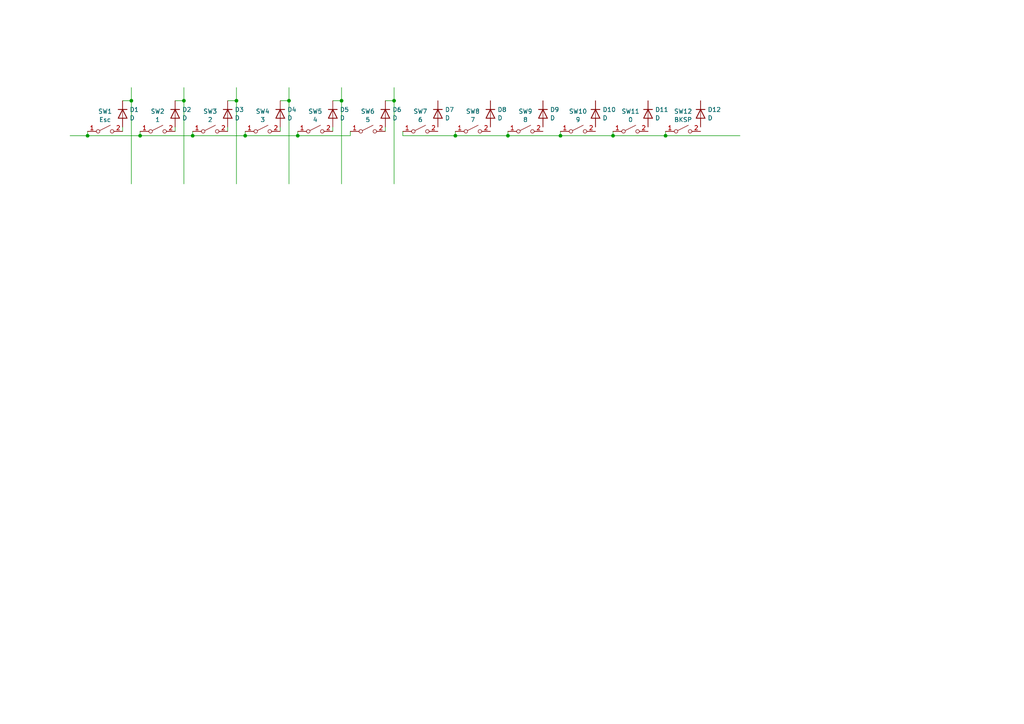
<source format=kicad_sch>
(kicad_sch
	(version 20231120)
	(generator "eeschema")
	(generator_version "8.0")
	(uuid "199d188a-9325-48e3-bcbb-4b27f64ceaf4")
	(paper "A4")
	(lib_symbols
		(symbol "Device:D"
			(pin_numbers hide)
			(pin_names
				(offset 1.016) hide)
			(exclude_from_sim no)
			(in_bom yes)
			(on_board yes)
			(property "Reference" "D"
				(at 0 2.54 0)
				(effects
					(font
						(size 1.27 1.27)
					)
				)
			)
			(property "Value" "D"
				(at 0 -2.54 0)
				(effects
					(font
						(size 1.27 1.27)
					)
				)
			)
			(property "Footprint" ""
				(at 0 0 0)
				(effects
					(font
						(size 1.27 1.27)
					)
					(hide yes)
				)
			)
			(property "Datasheet" "~"
				(at 0 0 0)
				(effects
					(font
						(size 1.27 1.27)
					)
					(hide yes)
				)
			)
			(property "Description" "Diode"
				(at 0 0 0)
				(effects
					(font
						(size 1.27 1.27)
					)
					(hide yes)
				)
			)
			(property "Sim.Device" "D"
				(at 0 0 0)
				(effects
					(font
						(size 1.27 1.27)
					)
					(hide yes)
				)
			)
			(property "Sim.Pins" "1=K 2=A"
				(at 0 0 0)
				(effects
					(font
						(size 1.27 1.27)
					)
					(hide yes)
				)
			)
			(property "ki_keywords" "diode"
				(at 0 0 0)
				(effects
					(font
						(size 1.27 1.27)
					)
					(hide yes)
				)
			)
			(property "ki_fp_filters" "TO-???* *_Diode_* *SingleDiode* D_*"
				(at 0 0 0)
				(effects
					(font
						(size 1.27 1.27)
					)
					(hide yes)
				)
			)
			(symbol "D_0_1"
				(polyline
					(pts
						(xy -1.27 1.27) (xy -1.27 -1.27)
					)
					(stroke
						(width 0.254)
						(type default)
					)
					(fill
						(type none)
					)
				)
				(polyline
					(pts
						(xy 1.27 0) (xy -1.27 0)
					)
					(stroke
						(width 0)
						(type default)
					)
					(fill
						(type none)
					)
				)
				(polyline
					(pts
						(xy 1.27 1.27) (xy 1.27 -1.27) (xy -1.27 0) (xy 1.27 1.27)
					)
					(stroke
						(width 0.254)
						(type default)
					)
					(fill
						(type none)
					)
				)
			)
			(symbol "D_1_1"
				(pin passive line
					(at -3.81 0 0)
					(length 2.54)
					(name "K"
						(effects
							(font
								(size 1.27 1.27)
							)
						)
					)
					(number "1"
						(effects
							(font
								(size 1.27 1.27)
							)
						)
					)
				)
				(pin passive line
					(at 3.81 0 180)
					(length 2.54)
					(name "A"
						(effects
							(font
								(size 1.27 1.27)
							)
						)
					)
					(number "2"
						(effects
							(font
								(size 1.27 1.27)
							)
						)
					)
				)
			)
		)
		(symbol "Switch:SW_SPST"
			(pin_names
				(offset 0) hide)
			(exclude_from_sim no)
			(in_bom yes)
			(on_board yes)
			(property "Reference" "SW"
				(at 0 3.175 0)
				(effects
					(font
						(size 1.27 1.27)
					)
				)
			)
			(property "Value" "SW_SPST"
				(at 0 -2.54 0)
				(effects
					(font
						(size 1.27 1.27)
					)
				)
			)
			(property "Footprint" ""
				(at 0 0 0)
				(effects
					(font
						(size 1.27 1.27)
					)
					(hide yes)
				)
			)
			(property "Datasheet" "~"
				(at 0 0 0)
				(effects
					(font
						(size 1.27 1.27)
					)
					(hide yes)
				)
			)
			(property "Description" "Single Pole Single Throw (SPST) switch"
				(at 0 0 0)
				(effects
					(font
						(size 1.27 1.27)
					)
					(hide yes)
				)
			)
			(property "ki_keywords" "switch lever"
				(at 0 0 0)
				(effects
					(font
						(size 1.27 1.27)
					)
					(hide yes)
				)
			)
			(symbol "SW_SPST_0_0"
				(circle
					(center -2.032 0)
					(radius 0.508)
					(stroke
						(width 0)
						(type default)
					)
					(fill
						(type none)
					)
				)
				(polyline
					(pts
						(xy -1.524 0.254) (xy 1.524 1.778)
					)
					(stroke
						(width 0)
						(type default)
					)
					(fill
						(type none)
					)
				)
				(circle
					(center 2.032 0)
					(radius 0.508)
					(stroke
						(width 0)
						(type default)
					)
					(fill
						(type none)
					)
				)
			)
			(symbol "SW_SPST_1_1"
				(pin passive line
					(at -5.08 0 0)
					(length 2.54)
					(name "A"
						(effects
							(font
								(size 1.27 1.27)
							)
						)
					)
					(number "1"
						(effects
							(font
								(size 1.27 1.27)
							)
						)
					)
				)
				(pin passive line
					(at 5.08 0 180)
					(length 2.54)
					(name "B"
						(effects
							(font
								(size 1.27 1.27)
							)
						)
					)
					(number "2"
						(effects
							(font
								(size 1.27 1.27)
							)
						)
					)
				)
			)
		)
	)
	(junction
		(at 86.36 39.37)
		(diameter 0)
		(color 0 0 0 0)
		(uuid "1cd76822-8b15-40e4-8d34-4055a6a04d32")
	)
	(junction
		(at 55.88 39.37)
		(diameter 0)
		(color 0 0 0 0)
		(uuid "2cab7a15-bb1b-4781-b64b-50089078e72a")
	)
	(junction
		(at 53.34 29.21)
		(diameter 0)
		(color 0 0 0 0)
		(uuid "302da9af-967b-4853-ad60-048b4764b7d8")
	)
	(junction
		(at 83.82 29.21)
		(diameter 0)
		(color 0 0 0 0)
		(uuid "57fcc0f0-045a-431f-b5b1-69b9e36da69e")
	)
	(junction
		(at 162.56 39.37)
		(diameter 0)
		(color 0 0 0 0)
		(uuid "69ff4356-397f-42ce-b118-7a0a74ecc5fd")
	)
	(junction
		(at 177.8 39.37)
		(diameter 0)
		(color 0 0 0 0)
		(uuid "6fa8cde4-b491-430b-833a-a9fcf42fd3a0")
	)
	(junction
		(at 25.4 39.37)
		(diameter 0)
		(color 0 0 0 0)
		(uuid "8dd3b9c7-cbce-4971-b536-95ccb50263bc")
	)
	(junction
		(at 38.1 29.21)
		(diameter 0)
		(color 0 0 0 0)
		(uuid "9027718b-bc46-4c50-9ac7-d0aa09e6fa06")
	)
	(junction
		(at 68.58 29.21)
		(diameter 0)
		(color 0 0 0 0)
		(uuid "98502916-655a-48be-b1de-8daa6f45c731")
	)
	(junction
		(at 147.32 39.37)
		(diameter 0)
		(color 0 0 0 0)
		(uuid "9a621655-06d2-4c00-b363-40d045497761")
	)
	(junction
		(at 114.3 29.21)
		(diameter 0)
		(color 0 0 0 0)
		(uuid "9b704e46-4808-49aa-8ff5-ca84c1e28ed3")
	)
	(junction
		(at 193.04 39.37)
		(diameter 0)
		(color 0 0 0 0)
		(uuid "bed1ae63-25cd-41a2-9c2a-75e230816c05")
	)
	(junction
		(at 132.08 39.37)
		(diameter 0)
		(color 0 0 0 0)
		(uuid "efc9cd6e-e3c1-4c9d-bdd2-bd56c5d3bbb3")
	)
	(junction
		(at 71.12 39.37)
		(diameter 0)
		(color 0 0 0 0)
		(uuid "f5528f80-61fd-430e-91a4-7eaa5c4059ea")
	)
	(junction
		(at 40.64 39.37)
		(diameter 0)
		(color 0 0 0 0)
		(uuid "f8f1c3d7-6b44-4f44-b5ce-0d51bef1a469")
	)
	(junction
		(at 99.06 29.21)
		(diameter 0)
		(color 0 0 0 0)
		(uuid "fa3f4f0d-99c4-4c45-8015-a84968d4527a")
	)
	(wire
		(pts
			(xy 147.32 39.37) (xy 147.32 38.1)
		)
		(stroke
			(width 0)
			(type default)
		)
		(uuid "0065db5f-badf-4202-a120-3c0bc931252c")
	)
	(wire
		(pts
			(xy 86.36 39.37) (xy 101.6 39.37)
		)
		(stroke
			(width 0)
			(type default)
		)
		(uuid "09f30867-508b-4988-b317-5237de9b4725")
	)
	(wire
		(pts
			(xy 116.84 39.37) (xy 132.08 39.37)
		)
		(stroke
			(width 0)
			(type default)
		)
		(uuid "0f402f1f-b71c-48a6-9965-8d9522a00e20")
	)
	(wire
		(pts
			(xy 116.84 39.37) (xy 116.84 38.1)
		)
		(stroke
			(width 0)
			(type default)
		)
		(uuid "1b6272af-375e-4ebc-b92c-d889243a1ea2")
	)
	(wire
		(pts
			(xy 40.64 39.37) (xy 40.64 38.1)
		)
		(stroke
			(width 0)
			(type default)
		)
		(uuid "1bfa1436-e23a-4564-ac6c-ec706530fc78")
	)
	(wire
		(pts
			(xy 81.28 29.21) (xy 83.82 29.21)
		)
		(stroke
			(width 0)
			(type default)
		)
		(uuid "1cf04695-2c09-4151-b57a-c7eee79471e5")
	)
	(wire
		(pts
			(xy 40.64 39.37) (xy 55.88 39.37)
		)
		(stroke
			(width 0)
			(type default)
		)
		(uuid "1f015e12-dd99-4dfe-9e7e-13eb270003ff")
	)
	(wire
		(pts
			(xy 81.28 36.83) (xy 81.28 38.1)
		)
		(stroke
			(width 0)
			(type default)
		)
		(uuid "297b3b81-fff3-4550-983b-36981f106812")
	)
	(wire
		(pts
			(xy 53.34 25.4) (xy 53.34 29.21)
		)
		(stroke
			(width 0)
			(type default)
		)
		(uuid "2c29606d-f131-4188-af0f-bffb23a4cdc2")
	)
	(wire
		(pts
			(xy 177.8 39.37) (xy 193.04 39.37)
		)
		(stroke
			(width 0)
			(type default)
		)
		(uuid "2dab4a4b-a8c2-4611-8338-1b990a54b1a3")
	)
	(wire
		(pts
			(xy 111.76 36.83) (xy 111.76 38.1)
		)
		(stroke
			(width 0)
			(type default)
		)
		(uuid "306251fc-dad6-4344-afff-ec6acd152939")
	)
	(wire
		(pts
			(xy 162.56 39.37) (xy 162.56 38.1)
		)
		(stroke
			(width 0)
			(type default)
		)
		(uuid "31994815-9ede-4833-8fab-4849d86cabb7")
	)
	(wire
		(pts
			(xy 68.58 29.21) (xy 68.58 53.34)
		)
		(stroke
			(width 0)
			(type default)
		)
		(uuid "377405b8-36e1-4989-84b9-ee9c4e93247a")
	)
	(wire
		(pts
			(xy 66.04 36.83) (xy 66.04 38.1)
		)
		(stroke
			(width 0)
			(type default)
		)
		(uuid "3f4bb4f5-33e3-4f33-aef5-43036d938e9a")
	)
	(wire
		(pts
			(xy 162.56 39.37) (xy 177.8 39.37)
		)
		(stroke
			(width 0)
			(type default)
		)
		(uuid "44b11793-5ef8-4199-a929-21415c463f2a")
	)
	(wire
		(pts
			(xy 114.3 29.21) (xy 114.3 53.34)
		)
		(stroke
			(width 0)
			(type default)
		)
		(uuid "48c7ecc6-586c-4325-85bb-139ede3a3288")
	)
	(wire
		(pts
			(xy 50.8 36.83) (xy 50.8 38.1)
		)
		(stroke
			(width 0)
			(type default)
		)
		(uuid "49617a4e-c819-4a5f-8b73-3252b2ca5a4c")
	)
	(wire
		(pts
			(xy 35.56 36.83) (xy 35.56 38.1)
		)
		(stroke
			(width 0)
			(type default)
		)
		(uuid "49f9e84d-116d-4d0d-95ca-10077728140a")
	)
	(wire
		(pts
			(xy 193.04 39.37) (xy 193.04 38.1)
		)
		(stroke
			(width 0)
			(type default)
		)
		(uuid "67e525a0-4290-4791-81c4-71ce6f8b0960")
	)
	(wire
		(pts
			(xy 86.36 39.37) (xy 86.36 38.1)
		)
		(stroke
			(width 0)
			(type default)
		)
		(uuid "73109255-e8f2-44b8-b900-a1f9de190088")
	)
	(wire
		(pts
			(xy 96.52 36.83) (xy 96.52 38.1)
		)
		(stroke
			(width 0)
			(type default)
		)
		(uuid "7ff9bea2-96d6-4aa7-ba60-110c304a670c")
	)
	(wire
		(pts
			(xy 99.06 25.4) (xy 99.06 29.21)
		)
		(stroke
			(width 0)
			(type default)
		)
		(uuid "82e39469-3155-401a-8a1e-efe3f82c0e4e")
	)
	(wire
		(pts
			(xy 83.82 25.4) (xy 83.82 29.21)
		)
		(stroke
			(width 0)
			(type default)
		)
		(uuid "8e47d445-15ea-4cb7-b93e-41fdde8e224b")
	)
	(wire
		(pts
			(xy 99.06 29.21) (xy 99.06 53.34)
		)
		(stroke
			(width 0)
			(type default)
		)
		(uuid "944adcb0-4acb-42c0-a6af-6ea98360a80e")
	)
	(wire
		(pts
			(xy 35.56 29.21) (xy 38.1 29.21)
		)
		(stroke
			(width 0)
			(type default)
		)
		(uuid "9f57a2a6-109a-4898-ae6f-f02ae98a02c0")
	)
	(wire
		(pts
			(xy 114.3 25.4) (xy 114.3 29.21)
		)
		(stroke
			(width 0)
			(type default)
		)
		(uuid "a08c8272-5c05-4649-9d5f-8fa6c3be2486")
	)
	(wire
		(pts
			(xy 101.6 39.37) (xy 101.6 38.1)
		)
		(stroke
			(width 0)
			(type default)
		)
		(uuid "a80cdabe-ab1a-4a7a-b792-10c62adb284c")
	)
	(wire
		(pts
			(xy 193.04 39.37) (xy 214.63 39.37)
		)
		(stroke
			(width 0)
			(type default)
		)
		(uuid "a8ecdf10-9253-4a62-9891-44c04a9f9f59")
	)
	(wire
		(pts
			(xy 55.88 39.37) (xy 55.88 38.1)
		)
		(stroke
			(width 0)
			(type default)
		)
		(uuid "aa4abbed-ca8c-4720-966b-2cd15f9d8b19")
	)
	(wire
		(pts
			(xy 132.08 39.37) (xy 147.32 39.37)
		)
		(stroke
			(width 0)
			(type default)
		)
		(uuid "af0650e8-efaf-482c-9c13-4c60273e4d0d")
	)
	(wire
		(pts
			(xy 25.4 39.37) (xy 40.64 39.37)
		)
		(stroke
			(width 0)
			(type default)
		)
		(uuid "bc78290c-40cb-43f2-ab9e-5cd12eda6aed")
	)
	(wire
		(pts
			(xy 177.8 39.37) (xy 177.8 38.1)
		)
		(stroke
			(width 0)
			(type default)
		)
		(uuid "be9dc4c3-93da-4276-b78a-3c7c60d127f7")
	)
	(wire
		(pts
			(xy 66.04 29.21) (xy 68.58 29.21)
		)
		(stroke
			(width 0)
			(type default)
		)
		(uuid "c3b5a1a5-cb9a-462f-a987-63a54cc80db7")
	)
	(wire
		(pts
			(xy 38.1 25.4) (xy 38.1 29.21)
		)
		(stroke
			(width 0)
			(type default)
		)
		(uuid "c6b4b69a-a648-49dd-8179-ae176c7d9f86")
	)
	(wire
		(pts
			(xy 83.82 29.21) (xy 83.82 53.34)
		)
		(stroke
			(width 0)
			(type default)
		)
		(uuid "c7eceb5c-0c5b-4145-b2cc-7f621a19d5fc")
	)
	(wire
		(pts
			(xy 71.12 39.37) (xy 86.36 39.37)
		)
		(stroke
			(width 0)
			(type default)
		)
		(uuid "c914ebe7-cb1d-4374-8c5a-4ce4e63f180d")
	)
	(wire
		(pts
			(xy 38.1 29.21) (xy 38.1 53.34)
		)
		(stroke
			(width 0)
			(type default)
		)
		(uuid "d1c6634f-ed12-46d5-954e-b7978eaee122")
	)
	(wire
		(pts
			(xy 132.08 39.37) (xy 132.08 38.1)
		)
		(stroke
			(width 0)
			(type default)
		)
		(uuid "d87a0a48-3437-4336-b13e-4d0125d73e8a")
	)
	(wire
		(pts
			(xy 68.58 25.4) (xy 68.58 29.21)
		)
		(stroke
			(width 0)
			(type default)
		)
		(uuid "dc7ea207-59fc-4916-8804-fb2b38a650c5")
	)
	(wire
		(pts
			(xy 20.32 39.37) (xy 25.4 39.37)
		)
		(stroke
			(width 0)
			(type default)
		)
		(uuid "dcf3c6ba-b887-4eff-9ca2-0312ca2f8ace")
	)
	(wire
		(pts
			(xy 71.12 39.37) (xy 71.12 38.1)
		)
		(stroke
			(width 0)
			(type default)
		)
		(uuid "e1954868-dc11-48d4-87ba-2bf62adbb6eb")
	)
	(wire
		(pts
			(xy 147.32 39.37) (xy 162.56 39.37)
		)
		(stroke
			(width 0)
			(type default)
		)
		(uuid "e2100375-fd4b-4801-a419-e6f0bdf628a1")
	)
	(wire
		(pts
			(xy 111.76 29.21) (xy 114.3 29.21)
		)
		(stroke
			(width 0)
			(type default)
		)
		(uuid "ec69bd6b-57c5-4aa5-85d5-a7856e57cddd")
	)
	(wire
		(pts
			(xy 50.8 29.21) (xy 53.34 29.21)
		)
		(stroke
			(width 0)
			(type default)
		)
		(uuid "ed7e08b9-9609-4939-907b-01866c613880")
	)
	(wire
		(pts
			(xy 96.52 29.21) (xy 99.06 29.21)
		)
		(stroke
			(width 0)
			(type default)
		)
		(uuid "ef5df57c-43e0-4ac0-857c-f821e54a7769")
	)
	(wire
		(pts
			(xy 55.88 39.37) (xy 71.12 39.37)
		)
		(stroke
			(width 0)
			(type default)
		)
		(uuid "f04f5355-f0d4-4b9f-8797-780e2e6fc46b")
	)
	(wire
		(pts
			(xy 53.34 29.21) (xy 53.34 53.34)
		)
		(stroke
			(width 0)
			(type default)
		)
		(uuid "f25d0616-0653-46c1-a3b6-c23ca6874e30")
	)
	(wire
		(pts
			(xy 25.4 38.1) (xy 25.4 39.37)
		)
		(stroke
			(width 0)
			(type default)
		)
		(uuid "fe226b01-2ec6-4e7d-a4df-994fcd0525f8")
	)
	(symbol
		(lib_id "Device:D")
		(at 81.28 33.02 270)
		(unit 1)
		(exclude_from_sim no)
		(in_bom yes)
		(on_board yes)
		(dnp no)
		(fields_autoplaced yes)
		(uuid "08965c18-faf5-4353-ab2d-d9cc8d3e1f0c")
		(property "Reference" "D4"
			(at 83.312 31.8078 90)
			(effects
				(font
					(size 1.27 1.27)
				)
				(justify left)
			)
		)
		(property "Value" "D"
			(at 83.312 34.2321 90)
			(effects
				(font
					(size 1.27 1.27)
				)
				(justify left)
			)
		)
		(property "Footprint" ""
			(at 81.28 33.02 0)
			(effects
				(font
					(size 1.27 1.27)
				)
				(hide yes)
			)
		)
		(property "Datasheet" "~"
			(at 81.28 33.02 0)
			(effects
				(font
					(size 1.27 1.27)
				)
				(hide yes)
			)
		)
		(property "Description" "Diode"
			(at 81.28 33.02 0)
			(effects
				(font
					(size 1.27 1.27)
				)
				(hide yes)
			)
		)
		(property "Sim.Device" "D"
			(at 81.28 33.02 0)
			(effects
				(font
					(size 1.27 1.27)
				)
				(hide yes)
			)
		)
		(property "Sim.Pins" "1=K 2=A"
			(at 81.28 33.02 0)
			(effects
				(font
					(size 1.27 1.27)
				)
				(hide yes)
			)
		)
		(pin "1"
			(uuid "ae4e13c2-64d6-47c5-8264-99d8c0e24ff7")
		)
		(pin "2"
			(uuid "90d34afb-74f0-45ad-a90d-287603039664")
		)
		(instances
			(project "Keyboard_SE"
				(path "/199d188a-9325-48e3-bcbb-4b27f64ceaf4"
					(reference "D4")
					(unit 1)
				)
			)
		)
	)
	(symbol
		(lib_id "Switch:SW_SPST")
		(at 106.68 38.1 0)
		(unit 1)
		(exclude_from_sim no)
		(in_bom yes)
		(on_board yes)
		(dnp no)
		(fields_autoplaced yes)
		(uuid "154ae283-2e19-48d4-b727-5e0b1d9a4560")
		(property "Reference" "SW6"
			(at 106.68 32.3045 0)
			(effects
				(font
					(size 1.27 1.27)
				)
			)
		)
		(property "Value" "5"
			(at 106.68 34.7288 0)
			(effects
				(font
					(size 1.27 1.27)
				)
			)
		)
		(property "Footprint" ""
			(at 106.68 38.1 0)
			(effects
				(font
					(size 1.27 1.27)
				)
				(hide yes)
			)
		)
		(property "Datasheet" "~"
			(at 106.68 38.1 0)
			(effects
				(font
					(size 1.27 1.27)
				)
				(hide yes)
			)
		)
		(property "Description" "Single Pole Single Throw (SPST) switch"
			(at 106.68 38.1 0)
			(effects
				(font
					(size 1.27 1.27)
				)
				(hide yes)
			)
		)
		(pin "1"
			(uuid "d18221fd-dba7-4f9d-a0af-327ed7da0de4")
		)
		(pin "2"
			(uuid "07b83d0b-97cb-43da-ac00-76a1f608fd61")
		)
		(instances
			(project "Keyboard_SE"
				(path "/199d188a-9325-48e3-bcbb-4b27f64ceaf4"
					(reference "SW6")
					(unit 1)
				)
			)
		)
	)
	(symbol
		(lib_id "Device:D")
		(at 35.56 33.02 270)
		(unit 1)
		(exclude_from_sim no)
		(in_bom yes)
		(on_board yes)
		(dnp no)
		(fields_autoplaced yes)
		(uuid "19a3e863-0b54-4732-8ecf-d028d83ad3ac")
		(property "Reference" "D1"
			(at 37.592 31.8078 90)
			(effects
				(font
					(size 1.27 1.27)
				)
				(justify left)
			)
		)
		(property "Value" "D"
			(at 37.592 34.2321 90)
			(effects
				(font
					(size 1.27 1.27)
				)
				(justify left)
			)
		)
		(property "Footprint" ""
			(at 35.56 33.02 0)
			(effects
				(font
					(size 1.27 1.27)
				)
				(hide yes)
			)
		)
		(property "Datasheet" "~"
			(at 35.56 33.02 0)
			(effects
				(font
					(size 1.27 1.27)
				)
				(hide yes)
			)
		)
		(property "Description" "Diode"
			(at 35.56 33.02 0)
			(effects
				(font
					(size 1.27 1.27)
				)
				(hide yes)
			)
		)
		(property "Sim.Device" "D"
			(at 35.56 33.02 0)
			(effects
				(font
					(size 1.27 1.27)
				)
				(hide yes)
			)
		)
		(property "Sim.Pins" "1=K 2=A"
			(at 35.56 33.02 0)
			(effects
				(font
					(size 1.27 1.27)
				)
				(hide yes)
			)
		)
		(pin "1"
			(uuid "726b8f71-6248-423b-93c2-e3963d4edf28")
		)
		(pin "2"
			(uuid "532bcb48-b265-4637-b51a-e42bd11527e0")
		)
		(instances
			(project "Keyboard_SE"
				(path "/199d188a-9325-48e3-bcbb-4b27f64ceaf4"
					(reference "D1")
					(unit 1)
				)
			)
		)
	)
	(symbol
		(lib_id "Switch:SW_SPST")
		(at 60.96 38.1 0)
		(unit 1)
		(exclude_from_sim no)
		(in_bom yes)
		(on_board yes)
		(dnp no)
		(fields_autoplaced yes)
		(uuid "1aedf3b9-9b44-4968-9f3d-65ba4183ef71")
		(property "Reference" "SW3"
			(at 60.96 32.3045 0)
			(effects
				(font
					(size 1.27 1.27)
				)
			)
		)
		(property "Value" "2"
			(at 60.96 34.7288 0)
			(effects
				(font
					(size 1.27 1.27)
				)
			)
		)
		(property "Footprint" ""
			(at 60.96 38.1 0)
			(effects
				(font
					(size 1.27 1.27)
				)
				(hide yes)
			)
		)
		(property "Datasheet" "~"
			(at 60.96 38.1 0)
			(effects
				(font
					(size 1.27 1.27)
				)
				(hide yes)
			)
		)
		(property "Description" "Single Pole Single Throw (SPST) switch"
			(at 60.96 38.1 0)
			(effects
				(font
					(size 1.27 1.27)
				)
				(hide yes)
			)
		)
		(pin "1"
			(uuid "b97db67f-ae25-4b79-8936-a8e55ee315ae")
		)
		(pin "2"
			(uuid "b2758e6e-69bb-4cc4-9d1d-87eb34030021")
		)
		(instances
			(project "Keyboard_SE"
				(path "/199d188a-9325-48e3-bcbb-4b27f64ceaf4"
					(reference "SW3")
					(unit 1)
				)
			)
		)
	)
	(symbol
		(lib_id "Device:D")
		(at 50.8 33.02 270)
		(unit 1)
		(exclude_from_sim no)
		(in_bom yes)
		(on_board yes)
		(dnp no)
		(fields_autoplaced yes)
		(uuid "1d5b6490-ee6f-41db-b1a7-c4652430f506")
		(property "Reference" "D2"
			(at 52.832 31.8078 90)
			(effects
				(font
					(size 1.27 1.27)
				)
				(justify left)
			)
		)
		(property "Value" "D"
			(at 52.832 34.2321 90)
			(effects
				(font
					(size 1.27 1.27)
				)
				(justify left)
			)
		)
		(property "Footprint" ""
			(at 50.8 33.02 0)
			(effects
				(font
					(size 1.27 1.27)
				)
				(hide yes)
			)
		)
		(property "Datasheet" "~"
			(at 50.8 33.02 0)
			(effects
				(font
					(size 1.27 1.27)
				)
				(hide yes)
			)
		)
		(property "Description" "Diode"
			(at 50.8 33.02 0)
			(effects
				(font
					(size 1.27 1.27)
				)
				(hide yes)
			)
		)
		(property "Sim.Device" "D"
			(at 50.8 33.02 0)
			(effects
				(font
					(size 1.27 1.27)
				)
				(hide yes)
			)
		)
		(property "Sim.Pins" "1=K 2=A"
			(at 50.8 33.02 0)
			(effects
				(font
					(size 1.27 1.27)
				)
				(hide yes)
			)
		)
		(pin "1"
			(uuid "680d6a49-cd2c-494f-bdd1-d3e8d66ab57d")
		)
		(pin "2"
			(uuid "532a10bd-2edf-420d-bc24-09d787f80b54")
		)
		(instances
			(project "Keyboard_SE"
				(path "/199d188a-9325-48e3-bcbb-4b27f64ceaf4"
					(reference "D2")
					(unit 1)
				)
			)
		)
	)
	(symbol
		(lib_id "Device:D")
		(at 111.76 33.02 270)
		(unit 1)
		(exclude_from_sim no)
		(in_bom yes)
		(on_board yes)
		(dnp no)
		(fields_autoplaced yes)
		(uuid "29b2e3bc-950e-4298-ba1a-ac8b9e9fad04")
		(property "Reference" "D6"
			(at 113.792 31.8078 90)
			(effects
				(font
					(size 1.27 1.27)
				)
				(justify left)
			)
		)
		(property "Value" "D"
			(at 113.792 34.2321 90)
			(effects
				(font
					(size 1.27 1.27)
				)
				(justify left)
			)
		)
		(property "Footprint" ""
			(at 111.76 33.02 0)
			(effects
				(font
					(size 1.27 1.27)
				)
				(hide yes)
			)
		)
		(property "Datasheet" "~"
			(at 111.76 33.02 0)
			(effects
				(font
					(size 1.27 1.27)
				)
				(hide yes)
			)
		)
		(property "Description" "Diode"
			(at 111.76 33.02 0)
			(effects
				(font
					(size 1.27 1.27)
				)
				(hide yes)
			)
		)
		(property "Sim.Device" "D"
			(at 111.76 33.02 0)
			(effects
				(font
					(size 1.27 1.27)
				)
				(hide yes)
			)
		)
		(property "Sim.Pins" "1=K 2=A"
			(at 111.76 33.02 0)
			(effects
				(font
					(size 1.27 1.27)
				)
				(hide yes)
			)
		)
		(pin "1"
			(uuid "2d07b17e-f8aa-427e-a8b0-f47d36c8093c")
		)
		(pin "2"
			(uuid "dbdbfc8a-d0e8-40b0-b085-df0f866a77ce")
		)
		(instances
			(project "Keyboard_SE"
				(path "/199d188a-9325-48e3-bcbb-4b27f64ceaf4"
					(reference "D6")
					(unit 1)
				)
			)
		)
	)
	(symbol
		(lib_id "Switch:SW_SPST")
		(at 91.44 38.1 0)
		(unit 1)
		(exclude_from_sim no)
		(in_bom yes)
		(on_board yes)
		(dnp no)
		(fields_autoplaced yes)
		(uuid "2b72f57d-b180-428c-88aa-1d773fc0f9cc")
		(property "Reference" "SW5"
			(at 91.44 32.3045 0)
			(effects
				(font
					(size 1.27 1.27)
				)
			)
		)
		(property "Value" "4"
			(at 91.44 34.7288 0)
			(effects
				(font
					(size 1.27 1.27)
				)
			)
		)
		(property "Footprint" ""
			(at 91.44 38.1 0)
			(effects
				(font
					(size 1.27 1.27)
				)
				(hide yes)
			)
		)
		(property "Datasheet" "~"
			(at 91.44 38.1 0)
			(effects
				(font
					(size 1.27 1.27)
				)
				(hide yes)
			)
		)
		(property "Description" "Single Pole Single Throw (SPST) switch"
			(at 91.44 38.1 0)
			(effects
				(font
					(size 1.27 1.27)
				)
				(hide yes)
			)
		)
		(pin "1"
			(uuid "4af91c40-fc1a-4dd0-a7df-62fcd745b2bf")
		)
		(pin "2"
			(uuid "c780477c-5436-4acb-8f47-4a75fc41bb37")
		)
		(instances
			(project "Keyboard_SE"
				(path "/199d188a-9325-48e3-bcbb-4b27f64ceaf4"
					(reference "SW5")
					(unit 1)
				)
			)
		)
	)
	(symbol
		(lib_id "Switch:SW_SPST")
		(at 167.64 38.1 0)
		(unit 1)
		(exclude_from_sim no)
		(in_bom yes)
		(on_board yes)
		(dnp no)
		(fields_autoplaced yes)
		(uuid "469d3cee-750e-4f0b-9fcb-6501d654f63b")
		(property "Reference" "SW10"
			(at 167.64 32.3045 0)
			(effects
				(font
					(size 1.27 1.27)
				)
			)
		)
		(property "Value" "9"
			(at 167.64 34.7288 0)
			(effects
				(font
					(size 1.27 1.27)
				)
			)
		)
		(property "Footprint" ""
			(at 167.64 38.1 0)
			(effects
				(font
					(size 1.27 1.27)
				)
				(hide yes)
			)
		)
		(property "Datasheet" "~"
			(at 167.64 38.1 0)
			(effects
				(font
					(size 1.27 1.27)
				)
				(hide yes)
			)
		)
		(property "Description" "Single Pole Single Throw (SPST) switch"
			(at 167.64 38.1 0)
			(effects
				(font
					(size 1.27 1.27)
				)
				(hide yes)
			)
		)
		(pin "1"
			(uuid "2e08fcfa-1819-4ddf-8ef0-8dd238c90d29")
		)
		(pin "2"
			(uuid "71817881-3eb5-4d8a-ab75-452962f1b2b3")
		)
		(instances
			(project "Keyboard_SE"
				(path "/199d188a-9325-48e3-bcbb-4b27f64ceaf4"
					(reference "SW10")
					(unit 1)
				)
			)
		)
	)
	(symbol
		(lib_id "Switch:SW_SPST")
		(at 198.12 38.1 0)
		(unit 1)
		(exclude_from_sim no)
		(in_bom yes)
		(on_board yes)
		(dnp no)
		(fields_autoplaced yes)
		(uuid "4a4c12d4-3525-48a5-afd5-c86bb4266ce7")
		(property "Reference" "SW12"
			(at 198.12 32.3045 0)
			(effects
				(font
					(size 1.27 1.27)
				)
			)
		)
		(property "Value" "BKSP"
			(at 198.12 34.7288 0)
			(effects
				(font
					(size 1.27 1.27)
				)
			)
		)
		(property "Footprint" ""
			(at 198.12 38.1 0)
			(effects
				(font
					(size 1.27 1.27)
				)
				(hide yes)
			)
		)
		(property "Datasheet" "~"
			(at 198.12 38.1 0)
			(effects
				(font
					(size 1.27 1.27)
				)
				(hide yes)
			)
		)
		(property "Description" "Single Pole Single Throw (SPST) switch"
			(at 198.12 38.1 0)
			(effects
				(font
					(size 1.27 1.27)
				)
				(hide yes)
			)
		)
		(pin "1"
			(uuid "a1eede4b-43a9-4b26-bd7e-3132f5143190")
		)
		(pin "2"
			(uuid "dad90312-239e-4889-95a8-5395f96e3a15")
		)
		(instances
			(project "Keyboard_SE"
				(path "/199d188a-9325-48e3-bcbb-4b27f64ceaf4"
					(reference "SW12")
					(unit 1)
				)
			)
		)
	)
	(symbol
		(lib_id "Device:D")
		(at 203.2 33.02 270)
		(unit 1)
		(exclude_from_sim no)
		(in_bom yes)
		(on_board yes)
		(dnp no)
		(fields_autoplaced yes)
		(uuid "50f1cf52-f3c3-42e3-839f-f0b30cfb7f92")
		(property "Reference" "D12"
			(at 205.232 31.8078 90)
			(effects
				(font
					(size 1.27 1.27)
				)
				(justify left)
			)
		)
		(property "Value" "D"
			(at 205.232 34.2321 90)
			(effects
				(font
					(size 1.27 1.27)
				)
				(justify left)
			)
		)
		(property "Footprint" ""
			(at 203.2 33.02 0)
			(effects
				(font
					(size 1.27 1.27)
				)
				(hide yes)
			)
		)
		(property "Datasheet" "~"
			(at 203.2 33.02 0)
			(effects
				(font
					(size 1.27 1.27)
				)
				(hide yes)
			)
		)
		(property "Description" "Diode"
			(at 203.2 33.02 0)
			(effects
				(font
					(size 1.27 1.27)
				)
				(hide yes)
			)
		)
		(property "Sim.Device" "D"
			(at 203.2 33.02 0)
			(effects
				(font
					(size 1.27 1.27)
				)
				(hide yes)
			)
		)
		(property "Sim.Pins" "1=K 2=A"
			(at 203.2 33.02 0)
			(effects
				(font
					(size 1.27 1.27)
				)
				(hide yes)
			)
		)
		(pin "1"
			(uuid "09457972-7157-4f52-80a2-1f04d4179a09")
		)
		(pin "2"
			(uuid "bad07e61-e174-47cc-a4d4-f665fdca62b6")
		)
		(instances
			(project "Keyboard_SE"
				(path "/199d188a-9325-48e3-bcbb-4b27f64ceaf4"
					(reference "D12")
					(unit 1)
				)
			)
		)
	)
	(symbol
		(lib_id "Device:D")
		(at 127 33.02 270)
		(unit 1)
		(exclude_from_sim no)
		(in_bom yes)
		(on_board yes)
		(dnp no)
		(fields_autoplaced yes)
		(uuid "533ad327-784e-4798-8de9-40ca74db6912")
		(property "Reference" "D7"
			(at 129.032 31.8078 90)
			(effects
				(font
					(size 1.27 1.27)
				)
				(justify left)
			)
		)
		(property "Value" "D"
			(at 129.032 34.2321 90)
			(effects
				(font
					(size 1.27 1.27)
				)
				(justify left)
			)
		)
		(property "Footprint" ""
			(at 127 33.02 0)
			(effects
				(font
					(size 1.27 1.27)
				)
				(hide yes)
			)
		)
		(property "Datasheet" "~"
			(at 127 33.02 0)
			(effects
				(font
					(size 1.27 1.27)
				)
				(hide yes)
			)
		)
		(property "Description" "Diode"
			(at 127 33.02 0)
			(effects
				(font
					(size 1.27 1.27)
				)
				(hide yes)
			)
		)
		(property "Sim.Device" "D"
			(at 127 33.02 0)
			(effects
				(font
					(size 1.27 1.27)
				)
				(hide yes)
			)
		)
		(property "Sim.Pins" "1=K 2=A"
			(at 127 33.02 0)
			(effects
				(font
					(size 1.27 1.27)
				)
				(hide yes)
			)
		)
		(pin "1"
			(uuid "286b1084-57cd-4f5c-8068-1351acb1db13")
		)
		(pin "2"
			(uuid "1a45ac1e-c86d-4725-8b32-ac76d1c58448")
		)
		(instances
			(project "Keyboard_SE"
				(path "/199d188a-9325-48e3-bcbb-4b27f64ceaf4"
					(reference "D7")
					(unit 1)
				)
			)
		)
	)
	(symbol
		(lib_id "Switch:SW_SPST")
		(at 30.48 38.1 0)
		(unit 1)
		(exclude_from_sim no)
		(in_bom yes)
		(on_board yes)
		(dnp no)
		(fields_autoplaced yes)
		(uuid "63c83e35-c89e-45dd-af34-1e7f6accf007")
		(property "Reference" "SW1"
			(at 30.48 32.3045 0)
			(effects
				(font
					(size 1.27 1.27)
				)
			)
		)
		(property "Value" "Esc"
			(at 30.48 34.7288 0)
			(effects
				(font
					(size 1.27 1.27)
				)
			)
		)
		(property "Footprint" ""
			(at 30.48 38.1 0)
			(effects
				(font
					(size 1.27 1.27)
				)
				(hide yes)
			)
		)
		(property "Datasheet" "~"
			(at 30.48 38.1 0)
			(effects
				(font
					(size 1.27 1.27)
				)
				(hide yes)
			)
		)
		(property "Description" "Single Pole Single Throw (SPST) switch"
			(at 30.48 38.1 0)
			(effects
				(font
					(size 1.27 1.27)
				)
				(hide yes)
			)
		)
		(pin "1"
			(uuid "f71050bd-eeed-4575-9ff8-944d84683589")
		)
		(pin "2"
			(uuid "32314d78-53f8-4d36-bb7a-bb4a8cd871fc")
		)
		(instances
			(project "Keyboard_SE"
				(path "/199d188a-9325-48e3-bcbb-4b27f64ceaf4"
					(reference "SW1")
					(unit 1)
				)
			)
		)
	)
	(symbol
		(lib_id "Switch:SW_SPST")
		(at 137.16 38.1 0)
		(unit 1)
		(exclude_from_sim no)
		(in_bom yes)
		(on_board yes)
		(dnp no)
		(fields_autoplaced yes)
		(uuid "690b9c0e-0723-4200-a52a-065d550825ee")
		(property "Reference" "SW8"
			(at 137.16 32.3045 0)
			(effects
				(font
					(size 1.27 1.27)
				)
			)
		)
		(property "Value" "7"
			(at 137.16 34.7288 0)
			(effects
				(font
					(size 1.27 1.27)
				)
			)
		)
		(property "Footprint" ""
			(at 137.16 38.1 0)
			(effects
				(font
					(size 1.27 1.27)
				)
				(hide yes)
			)
		)
		(property "Datasheet" "~"
			(at 137.16 38.1 0)
			(effects
				(font
					(size 1.27 1.27)
				)
				(hide yes)
			)
		)
		(property "Description" "Single Pole Single Throw (SPST) switch"
			(at 137.16 38.1 0)
			(effects
				(font
					(size 1.27 1.27)
				)
				(hide yes)
			)
		)
		(pin "1"
			(uuid "79eb6082-0f67-4a6f-89f2-a482ed211af1")
		)
		(pin "2"
			(uuid "aebe0129-70ef-47ca-9423-6456eb24e077")
		)
		(instances
			(project "Keyboard_SE"
				(path "/199d188a-9325-48e3-bcbb-4b27f64ceaf4"
					(reference "SW8")
					(unit 1)
				)
			)
		)
	)
	(symbol
		(lib_id "Switch:SW_SPST")
		(at 45.72 38.1 0)
		(unit 1)
		(exclude_from_sim no)
		(in_bom yes)
		(on_board yes)
		(dnp no)
		(fields_autoplaced yes)
		(uuid "6c577fd3-e6f5-46f8-bba5-7a5ad1635ca3")
		(property "Reference" "SW2"
			(at 45.72 32.3045 0)
			(effects
				(font
					(size 1.27 1.27)
				)
			)
		)
		(property "Value" "1"
			(at 45.72 34.7288 0)
			(effects
				(font
					(size 1.27 1.27)
				)
			)
		)
		(property "Footprint" ""
			(at 45.72 38.1 0)
			(effects
				(font
					(size 1.27 1.27)
				)
				(hide yes)
			)
		)
		(property "Datasheet" "~"
			(at 45.72 38.1 0)
			(effects
				(font
					(size 1.27 1.27)
				)
				(hide yes)
			)
		)
		(property "Description" "Single Pole Single Throw (SPST) switch"
			(at 45.72 38.1 0)
			(effects
				(font
					(size 1.27 1.27)
				)
				(hide yes)
			)
		)
		(pin "1"
			(uuid "549f61e5-4d2c-46e5-be24-ad5eff6919ab")
		)
		(pin "2"
			(uuid "77845181-776b-42e9-bed1-9151519e80d5")
		)
		(instances
			(project "Keyboard_SE"
				(path "/199d188a-9325-48e3-bcbb-4b27f64ceaf4"
					(reference "SW2")
					(unit 1)
				)
			)
		)
	)
	(symbol
		(lib_id "Device:D")
		(at 96.52 33.02 270)
		(unit 1)
		(exclude_from_sim no)
		(in_bom yes)
		(on_board yes)
		(dnp no)
		(fields_autoplaced yes)
		(uuid "74991767-ab56-4bdf-913d-b8e35af07f44")
		(property "Reference" "D5"
			(at 98.552 31.8078 90)
			(effects
				(font
					(size 1.27 1.27)
				)
				(justify left)
			)
		)
		(property "Value" "D"
			(at 98.552 34.2321 90)
			(effects
				(font
					(size 1.27 1.27)
				)
				(justify left)
			)
		)
		(property "Footprint" ""
			(at 96.52 33.02 0)
			(effects
				(font
					(size 1.27 1.27)
				)
				(hide yes)
			)
		)
		(property "Datasheet" "~"
			(at 96.52 33.02 0)
			(effects
				(font
					(size 1.27 1.27)
				)
				(hide yes)
			)
		)
		(property "Description" "Diode"
			(at 96.52 33.02 0)
			(effects
				(font
					(size 1.27 1.27)
				)
				(hide yes)
			)
		)
		(property "Sim.Device" "D"
			(at 96.52 33.02 0)
			(effects
				(font
					(size 1.27 1.27)
				)
				(hide yes)
			)
		)
		(property "Sim.Pins" "1=K 2=A"
			(at 96.52 33.02 0)
			(effects
				(font
					(size 1.27 1.27)
				)
				(hide yes)
			)
		)
		(pin "1"
			(uuid "56d3ec1b-58fc-4112-a851-da3c7e75feb4")
		)
		(pin "2"
			(uuid "820d2109-c83c-4734-bc3c-1fdbda4090e8")
		)
		(instances
			(project "Keyboard_SE"
				(path "/199d188a-9325-48e3-bcbb-4b27f64ceaf4"
					(reference "D5")
					(unit 1)
				)
			)
		)
	)
	(symbol
		(lib_id "Device:D")
		(at 172.72 33.02 270)
		(unit 1)
		(exclude_from_sim no)
		(in_bom yes)
		(on_board yes)
		(dnp no)
		(fields_autoplaced yes)
		(uuid "7febde0b-1715-43db-affb-4c805fded38c")
		(property "Reference" "D10"
			(at 174.752 31.8078 90)
			(effects
				(font
					(size 1.27 1.27)
				)
				(justify left)
			)
		)
		(property "Value" "D"
			(at 174.752 34.2321 90)
			(effects
				(font
					(size 1.27 1.27)
				)
				(justify left)
			)
		)
		(property "Footprint" ""
			(at 172.72 33.02 0)
			(effects
				(font
					(size 1.27 1.27)
				)
				(hide yes)
			)
		)
		(property "Datasheet" "~"
			(at 172.72 33.02 0)
			(effects
				(font
					(size 1.27 1.27)
				)
				(hide yes)
			)
		)
		(property "Description" "Diode"
			(at 172.72 33.02 0)
			(effects
				(font
					(size 1.27 1.27)
				)
				(hide yes)
			)
		)
		(property "Sim.Device" "D"
			(at 172.72 33.02 0)
			(effects
				(font
					(size 1.27 1.27)
				)
				(hide yes)
			)
		)
		(property "Sim.Pins" "1=K 2=A"
			(at 172.72 33.02 0)
			(effects
				(font
					(size 1.27 1.27)
				)
				(hide yes)
			)
		)
		(pin "1"
			(uuid "2a12b6e5-bb9d-4a6d-9dc0-d3e965a02653")
		)
		(pin "2"
			(uuid "5d53099a-a4b3-49c6-8a28-e646b272783c")
		)
		(instances
			(project "Keyboard_SE"
				(path "/199d188a-9325-48e3-bcbb-4b27f64ceaf4"
					(reference "D10")
					(unit 1)
				)
			)
		)
	)
	(symbol
		(lib_id "Switch:SW_SPST")
		(at 76.2 38.1 0)
		(unit 1)
		(exclude_from_sim no)
		(in_bom yes)
		(on_board yes)
		(dnp no)
		(fields_autoplaced yes)
		(uuid "993ad64c-28d0-4d3e-ba6b-15449ab62b6a")
		(property "Reference" "SW4"
			(at 76.2 32.3045 0)
			(effects
				(font
					(size 1.27 1.27)
				)
			)
		)
		(property "Value" "3"
			(at 76.2 34.7288 0)
			(effects
				(font
					(size 1.27 1.27)
				)
			)
		)
		(property "Footprint" ""
			(at 76.2 38.1 0)
			(effects
				(font
					(size 1.27 1.27)
				)
				(hide yes)
			)
		)
		(property "Datasheet" "~"
			(at 76.2 38.1 0)
			(effects
				(font
					(size 1.27 1.27)
				)
				(hide yes)
			)
		)
		(property "Description" "Single Pole Single Throw (SPST) switch"
			(at 76.2 38.1 0)
			(effects
				(font
					(size 1.27 1.27)
				)
				(hide yes)
			)
		)
		(pin "1"
			(uuid "0d4252d0-517b-4b58-bf70-43ab1772abf4")
		)
		(pin "2"
			(uuid "569410ec-2ecd-41c2-b7d5-943ef94c355a")
		)
		(instances
			(project "Keyboard_SE"
				(path "/199d188a-9325-48e3-bcbb-4b27f64ceaf4"
					(reference "SW4")
					(unit 1)
				)
			)
		)
	)
	(symbol
		(lib_id "Device:D")
		(at 66.04 33.02 270)
		(unit 1)
		(exclude_from_sim no)
		(in_bom yes)
		(on_board yes)
		(dnp no)
		(fields_autoplaced yes)
		(uuid "9a4a7cdc-aa2f-4922-bec2-b15503b8e442")
		(property "Reference" "D3"
			(at 68.072 31.8078 90)
			(effects
				(font
					(size 1.27 1.27)
				)
				(justify left)
			)
		)
		(property "Value" "D"
			(at 68.072 34.2321 90)
			(effects
				(font
					(size 1.27 1.27)
				)
				(justify left)
			)
		)
		(property "Footprint" ""
			(at 66.04 33.02 0)
			(effects
				(font
					(size 1.27 1.27)
				)
				(hide yes)
			)
		)
		(property "Datasheet" "~"
			(at 66.04 33.02 0)
			(effects
				(font
					(size 1.27 1.27)
				)
				(hide yes)
			)
		)
		(property "Description" "Diode"
			(at 66.04 33.02 0)
			(effects
				(font
					(size 1.27 1.27)
				)
				(hide yes)
			)
		)
		(property "Sim.Device" "D"
			(at 66.04 33.02 0)
			(effects
				(font
					(size 1.27 1.27)
				)
				(hide yes)
			)
		)
		(property "Sim.Pins" "1=K 2=A"
			(at 66.04 33.02 0)
			(effects
				(font
					(size 1.27 1.27)
				)
				(hide yes)
			)
		)
		(pin "1"
			(uuid "cbc52899-69f6-40b2-8033-7be6c64cf856")
		)
		(pin "2"
			(uuid "661f4e3f-da91-4611-8b02-c171a658014d")
		)
		(instances
			(project "Keyboard_SE"
				(path "/199d188a-9325-48e3-bcbb-4b27f64ceaf4"
					(reference "D3")
					(unit 1)
				)
			)
		)
	)
	(symbol
		(lib_id "Device:D")
		(at 187.96 33.02 270)
		(unit 1)
		(exclude_from_sim no)
		(in_bom yes)
		(on_board yes)
		(dnp no)
		(fields_autoplaced yes)
		(uuid "a0336964-7126-43ef-9a8d-086aade6f3e0")
		(property "Reference" "D11"
			(at 189.992 31.8078 90)
			(effects
				(font
					(size 1.27 1.27)
				)
				(justify left)
			)
		)
		(property "Value" "D"
			(at 189.992 34.2321 90)
			(effects
				(font
					(size 1.27 1.27)
				)
				(justify left)
			)
		)
		(property "Footprint" ""
			(at 187.96 33.02 0)
			(effects
				(font
					(size 1.27 1.27)
				)
				(hide yes)
			)
		)
		(property "Datasheet" "~"
			(at 187.96 33.02 0)
			(effects
				(font
					(size 1.27 1.27)
				)
				(hide yes)
			)
		)
		(property "Description" "Diode"
			(at 187.96 33.02 0)
			(effects
				(font
					(size 1.27 1.27)
				)
				(hide yes)
			)
		)
		(property "Sim.Device" "D"
			(at 187.96 33.02 0)
			(effects
				(font
					(size 1.27 1.27)
				)
				(hide yes)
			)
		)
		(property "Sim.Pins" "1=K 2=A"
			(at 187.96 33.02 0)
			(effects
				(font
					(size 1.27 1.27)
				)
				(hide yes)
			)
		)
		(pin "1"
			(uuid "056f132b-1ed3-4de6-ac98-6a3e22ae091e")
		)
		(pin "2"
			(uuid "8f0c0cec-7b54-48c8-a639-85076a5fefcc")
		)
		(instances
			(project "Keyboard_SE"
				(path "/199d188a-9325-48e3-bcbb-4b27f64ceaf4"
					(reference "D11")
					(unit 1)
				)
			)
		)
	)
	(symbol
		(lib_id "Device:D")
		(at 157.48 33.02 270)
		(unit 1)
		(exclude_from_sim no)
		(in_bom yes)
		(on_board yes)
		(dnp no)
		(fields_autoplaced yes)
		(uuid "b4a35c9f-6ed7-44c8-abc9-273f09b8b6c8")
		(property "Reference" "D9"
			(at 159.512 31.8078 90)
			(effects
				(font
					(size 1.27 1.27)
				)
				(justify left)
			)
		)
		(property "Value" "D"
			(at 159.512 34.2321 90)
			(effects
				(font
					(size 1.27 1.27)
				)
				(justify left)
			)
		)
		(property "Footprint" ""
			(at 157.48 33.02 0)
			(effects
				(font
					(size 1.27 1.27)
				)
				(hide yes)
			)
		)
		(property "Datasheet" "~"
			(at 157.48 33.02 0)
			(effects
				(font
					(size 1.27 1.27)
				)
				(hide yes)
			)
		)
		(property "Description" "Diode"
			(at 157.48 33.02 0)
			(effects
				(font
					(size 1.27 1.27)
				)
				(hide yes)
			)
		)
		(property "Sim.Device" "D"
			(at 157.48 33.02 0)
			(effects
				(font
					(size 1.27 1.27)
				)
				(hide yes)
			)
		)
		(property "Sim.Pins" "1=K 2=A"
			(at 157.48 33.02 0)
			(effects
				(font
					(size 1.27 1.27)
				)
				(hide yes)
			)
		)
		(pin "1"
			(uuid "d3e8a236-6d99-4b95-a296-a41390c51d42")
		)
		(pin "2"
			(uuid "b2663cfd-dcb7-4088-88b1-60b3b6c5b28a")
		)
		(instances
			(project "Keyboard_SE"
				(path "/199d188a-9325-48e3-bcbb-4b27f64ceaf4"
					(reference "D9")
					(unit 1)
				)
			)
		)
	)
	(symbol
		(lib_id "Switch:SW_SPST")
		(at 121.92 38.1 0)
		(unit 1)
		(exclude_from_sim no)
		(in_bom yes)
		(on_board yes)
		(dnp no)
		(fields_autoplaced yes)
		(uuid "b87c1083-db06-42d0-94bf-1497e50cdeaa")
		(property "Reference" "SW7"
			(at 121.92 32.3045 0)
			(effects
				(font
					(size 1.27 1.27)
				)
			)
		)
		(property "Value" "6"
			(at 121.92 34.7288 0)
			(effects
				(font
					(size 1.27 1.27)
				)
			)
		)
		(property "Footprint" ""
			(at 121.92 38.1 0)
			(effects
				(font
					(size 1.27 1.27)
				)
				(hide yes)
			)
		)
		(property "Datasheet" "~"
			(at 121.92 38.1 0)
			(effects
				(font
					(size 1.27 1.27)
				)
				(hide yes)
			)
		)
		(property "Description" "Single Pole Single Throw (SPST) switch"
			(at 121.92 38.1 0)
			(effects
				(font
					(size 1.27 1.27)
				)
				(hide yes)
			)
		)
		(pin "1"
			(uuid "702ba350-8c4f-41e3-9684-b1e7bbd2379b")
		)
		(pin "2"
			(uuid "b66ee869-63da-4864-836b-234be59c66dd")
		)
		(instances
			(project "Keyboard_SE"
				(path "/199d188a-9325-48e3-bcbb-4b27f64ceaf4"
					(reference "SW7")
					(unit 1)
				)
			)
		)
	)
	(symbol
		(lib_id "Device:D")
		(at 142.24 33.02 270)
		(unit 1)
		(exclude_from_sim no)
		(in_bom yes)
		(on_board yes)
		(dnp no)
		(fields_autoplaced yes)
		(uuid "c13b1a92-a121-43d2-9230-f497a3e21334")
		(property "Reference" "D8"
			(at 144.272 31.8078 90)
			(effects
				(font
					(size 1.27 1.27)
				)
				(justify left)
			)
		)
		(property "Value" "D"
			(at 144.272 34.2321 90)
			(effects
				(font
					(size 1.27 1.27)
				)
				(justify left)
			)
		)
		(property "Footprint" ""
			(at 142.24 33.02 0)
			(effects
				(font
					(size 1.27 1.27)
				)
				(hide yes)
			)
		)
		(property "Datasheet" "~"
			(at 142.24 33.02 0)
			(effects
				(font
					(size 1.27 1.27)
				)
				(hide yes)
			)
		)
		(property "Description" "Diode"
			(at 142.24 33.02 0)
			(effects
				(font
					(size 1.27 1.27)
				)
				(hide yes)
			)
		)
		(property "Sim.Device" "D"
			(at 142.24 33.02 0)
			(effects
				(font
					(size 1.27 1.27)
				)
				(hide yes)
			)
		)
		(property "Sim.Pins" "1=K 2=A"
			(at 142.24 33.02 0)
			(effects
				(font
					(size 1.27 1.27)
				)
				(hide yes)
			)
		)
		(pin "1"
			(uuid "09cde4a5-9735-4ac5-a34a-4815606a847f")
		)
		(pin "2"
			(uuid "446909d6-a3a2-4eb3-b22f-4ef25796d3b7")
		)
		(instances
			(project "Keyboard_SE"
				(path "/199d188a-9325-48e3-bcbb-4b27f64ceaf4"
					(reference "D8")
					(unit 1)
				)
			)
		)
	)
	(symbol
		(lib_id "Switch:SW_SPST")
		(at 182.88 38.1 0)
		(unit 1)
		(exclude_from_sim no)
		(in_bom yes)
		(on_board yes)
		(dnp no)
		(fields_autoplaced yes)
		(uuid "c52a40a4-84e7-4265-84c4-7b50df8973d1")
		(property "Reference" "SW11"
			(at 182.88 32.3045 0)
			(effects
				(font
					(size 1.27 1.27)
				)
			)
		)
		(property "Value" "0"
			(at 182.88 34.7288 0)
			(effects
				(font
					(size 1.27 1.27)
				)
			)
		)
		(property "Footprint" ""
			(at 182.88 38.1 0)
			(effects
				(font
					(size 1.27 1.27)
				)
				(hide yes)
			)
		)
		(property "Datasheet" "~"
			(at 182.88 38.1 0)
			(effects
				(font
					(size 1.27 1.27)
				)
				(hide yes)
			)
		)
		(property "Description" "Single Pole Single Throw (SPST) switch"
			(at 182.88 38.1 0)
			(effects
				(font
					(size 1.27 1.27)
				)
				(hide yes)
			)
		)
		(pin "1"
			(uuid "7cffa680-626c-4a46-b315-9a734c66227a")
		)
		(pin "2"
			(uuid "fbe89195-ffd4-488e-a5d7-875b77db02c8")
		)
		(instances
			(project "Keyboard_SE"
				(path "/199d188a-9325-48e3-bcbb-4b27f64ceaf4"
					(reference "SW11")
					(unit 1)
				)
			)
		)
	)
	(symbol
		(lib_id "Switch:SW_SPST")
		(at 152.4 38.1 0)
		(unit 1)
		(exclude_from_sim no)
		(in_bom yes)
		(on_board yes)
		(dnp no)
		(fields_autoplaced yes)
		(uuid "da18c71e-95ae-4f8d-a849-81a3c28a7cf9")
		(property "Reference" "SW9"
			(at 152.4 32.3045 0)
			(effects
				(font
					(size 1.27 1.27)
				)
			)
		)
		(property "Value" "8"
			(at 152.4 34.7288 0)
			(effects
				(font
					(size 1.27 1.27)
				)
			)
		)
		(property "Footprint" ""
			(at 152.4 38.1 0)
			(effects
				(font
					(size 1.27 1.27)
				)
				(hide yes)
			)
		)
		(property "Datasheet" "~"
			(at 152.4 38.1 0)
			(effects
				(font
					(size 1.27 1.27)
				)
				(hide yes)
			)
		)
		(property "Description" "Single Pole Single Throw (SPST) switch"
			(at 152.4 38.1 0)
			(effects
				(font
					(size 1.27 1.27)
				)
				(hide yes)
			)
		)
		(pin "1"
			(uuid "b6de23cb-4d2e-43ed-81b9-f56e6ebbc3a6")
		)
		(pin "2"
			(uuid "77eb1170-d765-4175-a68c-5eb3812e9df9")
		)
		(instances
			(project "Keyboard_SE"
				(path "/199d188a-9325-48e3-bcbb-4b27f64ceaf4"
					(reference "SW9")
					(unit 1)
				)
			)
		)
	)
	(sheet_instances
		(path "/"
			(page "1")
		)
	)
)
</source>
